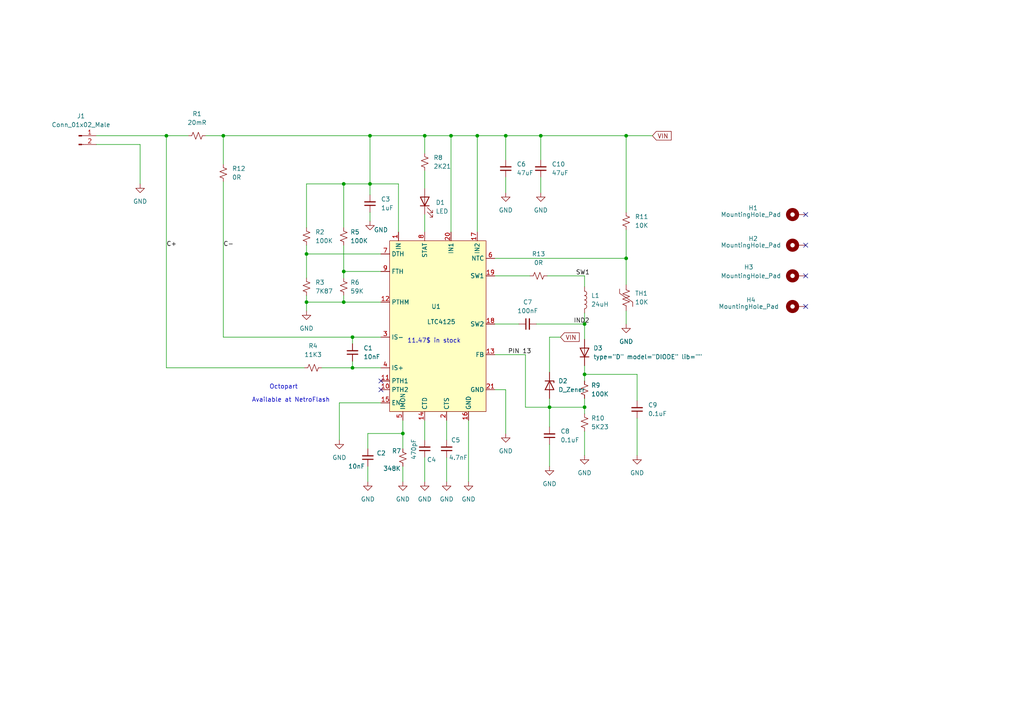
<source format=kicad_sch>
(kicad_sch (version 20211123) (generator eeschema)
  (paper "A4")
  (title_block (title "Solar 5W Wireless Power Transmitter") (date "2022-12-28") (comment 1 "Warren Muhumuza"))
  (lib_symbols
    (symbol "Connector:Conn_01x02_Male" (pin_names (offset 1.016) hide)
      (property "Reference" "J" (at 0 2.54 0))
      (property "Value" "Conn_01x02_Male" (at 0 -5.08 0))
      (symbol "Conn_01x02_Male_1_1"
        (polyline (pts (xy 1.27 -2.54) (xy 0.8636 -2.54)) (stroke (width 0.1524)))
        (polyline (pts (xy 1.27 0) (xy 0.8636 0)) (stroke (width 0.1524)))
        (rectangle (start 0.8636 -2.413) (end 0 -2.667) (stroke (width 0.1524)) (fill (type outline)))
        (rectangle (start 0.8636 0.127) (end 0 -0.127) (stroke (width 0.1524)) (fill (type outline)))
        (pin passive line (at 5.08 0 180) (length 3.81) (name "Pin_1") (number "1"))
        (pin passive line (at 5.08 -2.54 180) (length 3.81) (name "Pin_2") (number "2"))
      )
    )
    (symbol "Device:C_Small" (pin_numbers hide) (pin_names (offset 0.254) hide)
      (property "Reference" "C" (at 0.254 1.778 0))
      (property "Value" "C_Small" (at 0.254 -2.032 0))
      (symbol "C_Small_0_1"
        (polyline (pts (xy -1.524 -0.508) (xy 1.524 -0.508)) (stroke (width 0.3302)))
        (polyline (pts (xy -1.524 0.508) (xy 1.524 0.508)) (stroke (width 0.3048)))
      )
      (symbol "C_Small_1_1"
        (pin passive line (at 0 2.54 270) (length 2.032) (name "~") (number "1"))
        (pin passive line (at 0 -2.54 90) (length 2.032) (name "~") (number "2"))
      )
    )
    (symbol "Device:D_Zener" (pin_numbers hide) (pin_names (offset 1.016) hide)
      (property "Reference" "D" (at 0 2.54 0))
      (property "Value" "D_Zener" (at 0 -2.54 0))
      (symbol "D_Zener_0_1"
        (polyline (pts (xy 1.27 0) (xy -1.27 0)))
        (polyline (pts (xy -1.27 -1.27) (xy -1.27 1.27) (xy -0.762 1.27)) (stroke (width 0.254)))
        (polyline (pts (xy 1.27 -1.27) (xy 1.27 1.27) (xy -1.27 0) (xy 1.27 -1.27)) (stroke (width 0.254)))
      )
      (symbol "D_Zener_1_1"
        (pin passive line (at -3.81 0 0) (length 2.54) (name "K") (number "1"))
        (pin passive line (at 3.81 0 180) (length 2.54) (name "A") (number "2"))
      )
    )
    (symbol "Device:L" (pin_numbers hide) (pin_names (offset 1.016) hide)
      (property "Reference" "L" (at -1.27 0 90))
      (property "Value" "L" (at 1.905 0 90))
      (symbol "L_0_1"
        (arc (start 0 -2.54) (mid 0.635 -1.905) (end 0 -1.27))
        (arc (start 0 -1.27) (mid 0.635 -0.635) (end 0 0))
        (arc (start 0 0) (mid 0.635 0.635) (end 0 1.27))
        (arc (start 0 1.27) (mid 0.635 1.905) (end 0 2.54))
      )
      (symbol "L_1_1"
        (pin passive line (at 0 3.81 270) (length 1.27) (name "1") (number "1"))
        (pin passive line (at 0 -3.81 90) (length 1.27) (name "2") (number "2"))
      )
    )
    (symbol "Device:LED" (pin_numbers hide) (pin_names (offset 1.016) hide)
      (property "Reference" "D" (at 0 2.54 0))
      (property "Value" "LED" (at 0 -2.54 0))
      (symbol "LED_0_1"
        (polyline (pts (xy -1.27 -1.27) (xy -1.27 1.27)) (stroke (width 0.254)))
        (polyline (pts (xy -1.27 0) (xy 1.27 0)))
        (polyline (pts (xy 1.27 -1.27) (xy 1.27 1.27) (xy -1.27 0) (xy 1.27 -1.27)) (stroke (width 0.254)))
        (polyline (pts (xy -3.048 -0.762) (xy -4.572 -2.286) (xy -3.81 -2.286) (xy -4.572 -2.286) (xy -4.572 -1.524)))
        (polyline (pts (xy -1.778 -0.762) (xy -3.302 -2.286) (xy -2.54 -2.286) (xy -3.302 -2.286) (xy -3.302 -1.524)))
      )
      (symbol "LED_1_1"
        (pin passive line (at -3.81 0 0) (length 2.54) (name "K") (number "1"))
        (pin passive line (at 3.81 0 180) (length 2.54) (name "A") (number "2"))
      )
    )
    (symbol "Device:R_Small_US" (pin_numbers hide) (pin_names (offset 0.254) hide)
      (property "Reference" "R" (at 0.762 0.508 0))
      (property "Value" "R_Small_US" (at 0.762 -1.016 0))
      (symbol "R_Small_US_1_1"
        (polyline (pts (xy 0 0) (xy 1.016 -0.381) (xy 0 -0.762) (xy -1.016 -1.143) (xy 0 -1.524)))
        (polyline (pts (xy 0 1.524) (xy 1.016 1.143) (xy 0 0.762) (xy -1.016 0.381) (xy 0 0)))
        (pin passive line (at 0 2.54 270) (length 1.016) (name "~") (number "1"))
        (pin passive line (at 0 -2.54 90) (length 1.016) (name "~") (number "2"))
      )
    )
    (symbol "Device:Thermistor_US" (pin_numbers hide) (pin_names (offset 0))
      (property "Reference" "TH" (at 2.54 1.27 90))
      (property "Value" "Thermistor_US" (at -2.54 0 90))
      (symbol "Thermistor_US_0_1"
        (polyline (pts (xy 0 -2.286) (xy 0 -2.54)))
        (polyline (pts (xy 0 2.286) (xy 0 2.54)))
        (polyline (pts (xy 1.905 -1.27) (xy 1.905 -2.54)))
        (polyline (pts (xy -1.905 2.54) (xy -1.905 1.27) (xy 1.905 -1.27)))
        (polyline (pts (xy 0 -0.762) (xy 1.016 -1.143) (xy 0 -1.524) (xy -1.016 -1.905) (xy 0 -2.286)))
        (polyline (pts (xy 0 0.762) (xy 1.016 0.381) (xy 0 0) (xy -1.016 -0.381) (xy 0 -0.762)))
        (polyline (pts (xy 0 2.286) (xy 1.016 1.905) (xy 0 1.524) (xy -1.016 1.143) (xy 0 0.762)))
      )
      (symbol "Thermistor_US_1_1"
        (pin passive line (at 0 3.81 270) (length 1.27) (name "~") (number "1"))
        (pin passive line (at 0 -3.81 90) (length 1.27) (name "~") (number "2"))
      )
    )
    (symbol "Mechanical:MountingHole_Pad" (pin_numbers hide) (pin_names (offset 1.016) hide)
      (property "Reference" "H" (at 0 6.35 0))
      (property "Value" "MountingHole_Pad" (at 0 4.445 0))
      (symbol "MountingHole_Pad_0_1"
        (circle (center 0 1.27) (radius 1.27) (stroke (width 1.27)))
      )
      (symbol "MountingHole_Pad_1_1"
        (pin input line (at 0 -2.54 90) (length 2.54) (name "1") (number "1"))
      )
    )
    (symbol "Simulation_SPICE:DIODE" (pin_numbers hide) (pin_names (offset 1.016) hide)
      (property "Reference" "D" (at 0 2.54 0))
      (property "Value" "DIODE" (at 0 -2.54 0))
      (symbol "DIODE_0_1"
        (polyline (pts (xy 1.27 0) (xy -1.27 0)))
        (polyline (pts (xy 1.27 1.27) (xy 1.27 -1.27)) (stroke (width 0.254)))
        (polyline (pts (xy -1.27 -1.27) (xy -1.27 1.27) (xy 1.27 0) (xy -1.27 -1.27)) (stroke (width 0.254)))
      )
      (symbol "DIODE_1_1"
        (pin passive line (at -3.81 0 0) (length 2.54) (name "A") (number "1"))
        (pin passive line (at 3.81 0 180) (length 2.54) (name "K") (number "2"))
      )
    )
    (symbol "Warren Symbols 2022:LTC4125"
      (property "Reference" "U" (at 1.27 10.16 0))
      (property "Value" "LTC4125" (at 0 5.08 0))
      (symbol "LTC4125_0_1"
        (rectangle (start -13.97 25.4) (end 13.97 -24.13) (fill (type background)))
      )
      (symbol "LTC4125_1_1"
        (pin input line (at -11.43 27.94 270) (length 2.54) (name "IN") (number "1"))
        (pin input line (at -16.51 -17.78 0) (length 2.54) (name "PTH2") (number "10"))
        (pin input line (at -16.51 -15.24 0) (length 2.54) (name "PTH1") (number "11"))
        (pin input line (at -16.51 7.62 0) (length 2.54) (name "PTHM") (number "12"))
        (pin input line (at 16.51 -7.62 180) (length 2.54) (name "FB") (number "13"))
        (pin input line (at -3.81 -26.67 90) (length 2.54) (name "CTD") (number "14"))
        (pin passive line (at -16.51 -21.59 0) (length 2.54) (name "EN") (number "15"))
        (pin passive line (at 8.89 -26.67 90) (length 2.54) (name "GND") (number "16"))
        (pin input line (at 11.43 27.94 270) (length 2.54) (name "IN2") (number "17"))
        (pin bidirectional line (at 16.51 1.27 180) (length 2.54) (name "SW2") (number "18"))
        (pin bidirectional line (at 16.51 15.24 180) (length 2.54) (name "SW1") (number "19"))
        (pin input line (at 2.54 -26.67 90) (length 2.54) (name "CTS") (number "2"))
        (pin input line (at 3.81 27.94 270) (length 2.54) (name "IN1") (number "20"))
        (pin passive line (at 16.51 -17.78 180) (length 2.54) (name "GND") (number "21"))
        (pin input line (at -16.51 -2.54 0) (length 2.54) (name "IS-") (number "3"))
        (pin input line (at -16.51 -11.43 0) (length 2.54) (name "IS+") (number "4"))
        (pin input line (at -10.16 -26.67 90) (length 2.54) (name "IMON") (number "5"))
        (pin input line (at 16.51 20.32 180) (length 2.54) (name "NTC") (number "6"))
        (pin input line (at -16.51 21.59 0) (length 2.54) (name "DTH") (number "7"))
        (pin input line (at -3.81 27.94 270) (length 2.54) (name "STAT") (number "8"))
        (pin input line (at -16.51 16.51 0) (length 2.54) (name "FTH") (number "9"))
      )
    )
    (symbol "power:GND" (power) (pin_names (offset 0))
      (property "Value" "GND" (at 0 -3.81 0))
      (symbol "GND_0_1"
        (polyline (pts (xy 0 0) (xy 0 -1.27) (xy 1.27 -1.27) (xy 0 -2.54) (xy -1.27 -1.27) (xy 0 -1.27)))
      )
      (symbol "GND_1_1"
        (pin power_in line (at 0 0 270) (length 0) hide (name "GND") (number "1"))
      )
    )
  )
  (junction (at 138.43 39.37))
  (junction (at 107.315 39.37))
  (junction (at 169.545 118.11))
  (junction (at 64.77 39.37))
  (junction (at 99.695 53.34))
  (junction (at 159.385 118.11))
  (junction (at 169.545 108.585))
  (junction (at 169.545 93.98))
  (junction (at 130.81 39.37))
  (junction (at 88.9 87.63))
  (junction (at 88.9 73.66))
  (junction (at 48.26 39.37))
  (junction (at 181.61 39.37))
  (junction (at 102.235 106.68))
  (junction (at 146.685 39.37))
  (junction (at 123.19 39.37))
  (junction (at 181.61 74.93))
  (junction (at 156.845 39.37))
  (junction (at 107.315 53.34))
  (junction (at 99.695 78.74))
  (junction (at 116.84 125.73))
  (junction (at 99.695 87.63))
  (junction (at 102.235 97.79))
  (no_connect (at 110.49 110.49))
  (no_connect (at 110.49 113.03))
  (no_connect (at 233.68 88.9))
  (no_connect (at 233.68 62.23))
  (no_connect (at 233.68 71.12))
  (no_connect (at 233.68 80.01))
  (wire (pts (xy 143.51 74.93) (xy 181.61 74.93)))
  (wire (pts (xy 169.545 108.585) (xy 169.545 110.49)))
  (wire (pts (xy 110.49 97.79) (xy 102.235 97.79)))
  (wire (pts (xy 129.54 121.92) (xy 129.54 127.635)))
  (wire (pts (xy 102.235 97.79) (xy 64.77 97.79)))
  (wire (pts (xy 106.68 125.73) (xy 116.84 125.73)))
  (wire (pts (xy 123.19 39.37) (xy 123.19 44.45)))
  (wire (pts (xy 143.51 80.01) (xy 153.67 80.01)))
  (wire (pts (xy 143.51 93.98) (xy 150.495 93.98)))
  (wire (pts (xy 146.685 39.37) (xy 146.685 46.355)))
  (wire (pts (xy 143.51 102.87) (xy 152.4 102.87)))
  (wire (pts (xy 106.68 130.175) (xy 106.68 125.73)))
  (wire (pts (xy 116.84 121.92) (xy 116.84 125.73)))
  (wire (pts (xy 169.545 106.045) (xy 169.545 108.585)))
  (wire (pts (xy 102.235 104.775) (xy 102.235 106.68)))
  (wire (pts (xy 138.43 39.37) (xy 130.81 39.37)))
  (wire (pts (xy 88.9 73.66) (xy 88.9 80.645)))
  (wire (pts (xy 169.545 115.57) (xy 169.545 118.11)))
  (wire (pts (xy 169.545 93.98) (xy 169.545 98.425)))
  (wire (pts (xy 155.575 93.98) (xy 169.545 93.98)))
  (wire (pts (xy 169.545 118.11) (xy 169.545 120.015)))
  (wire (pts (xy 159.385 115.57) (xy 159.385 118.11)))
  (wire (pts (xy 152.4 102.87) (xy 152.4 118.11)))
  (wire (pts (xy 99.695 53.34) (xy 99.695 66.04)))
  (wire (pts (xy 99.695 78.74) (xy 99.695 80.645)))
  (wire (pts (xy 116.84 125.73) (xy 116.84 130.175)))
  (wire (pts (xy 146.685 39.37) (xy 156.845 39.37)))
  (wire (pts (xy 64.77 39.37) (xy 107.315 39.37)))
  (wire (pts (xy 88.9 85.725) (xy 88.9 87.63)))
  (wire (pts (xy 107.315 61.595) (xy 107.315 64.135)))
  (wire (pts (xy 102.235 97.79) (xy 102.235 99.695)))
  (wire (pts (xy 181.61 82.55) (xy 181.61 74.93)))
  (wire (pts (xy 107.315 53.34) (xy 107.315 56.515)))
  (wire (pts (xy 158.75 80.01) (xy 169.545 80.01)))
  (wire (pts (xy 99.695 53.34) (xy 107.315 53.34)))
  (wire (pts (xy 99.695 85.725) (xy 99.695 87.63)))
  (wire (pts (xy 184.785 121.285) (xy 184.785 132.08)))
  (wire (pts (xy 115.57 53.34) (xy 115.57 67.31)))
  (wire (pts (xy 181.61 39.37) (xy 189.23 39.37)))
  (wire (pts (xy 135.89 121.92) (xy 135.89 139.7)))
  (wire (pts (xy 181.61 66.675) (xy 181.61 74.93)))
  (wire (pts (xy 152.4 118.11) (xy 159.385 118.11)))
  (wire (pts (xy 123.19 121.92) (xy 123.19 127.635)))
  (wire (pts (xy 107.315 53.34) (xy 115.57 53.34)))
  (wire (pts (xy 48.26 106.68) (xy 48.26 39.37)))
  (wire (pts (xy 27.94 41.91) (xy 40.64 41.91)))
  (wire (pts (xy 159.385 118.11) (xy 169.545 118.11)))
  (wire (pts (xy 181.61 61.595) (xy 181.61 39.37)))
  (wire (pts (xy 99.695 78.74) (xy 110.49 78.74)))
  (wire (pts (xy 169.545 93.98) (xy 169.545 90.805)))
  (wire (pts (xy 156.845 39.37) (xy 156.845 46.355)))
  (wire (pts (xy 146.685 125.73) (xy 146.685 113.03)))
  (wire (pts (xy 138.43 67.31) (xy 138.43 39.37)))
  (wire (pts (xy 123.19 132.715) (xy 123.19 139.7)))
  (wire (pts (xy 64.77 47.625) (xy 64.77 39.37)))
  (wire (pts (xy 159.385 118.11) (xy 159.385 123.825)))
  (wire (pts (xy 159.385 128.905) (xy 159.385 135.255)))
  (wire (pts (xy 102.235 106.68) (xy 110.49 106.68)))
  (wire (pts (xy 88.9 73.66) (xy 110.49 73.66)))
  (wire (pts (xy 59.69 39.37) (xy 64.77 39.37)))
  (wire (pts (xy 123.19 62.23) (xy 123.19 67.31)))
  (wire (pts (xy 146.685 113.03) (xy 143.51 113.03)))
  (wire (pts (xy 169.545 125.095) (xy 169.545 132.08)))
  (wire (pts (xy 156.845 39.37) (xy 181.61 39.37)))
  (wire (pts (xy 184.785 116.205) (xy 184.785 108.585)))
  (wire (pts (xy 99.695 87.63) (xy 110.49 87.63)))
  (wire (pts (xy 159.385 97.79) (xy 162.56 97.79)))
  (wire (pts (xy 129.54 132.715) (xy 129.54 139.7)))
  (wire (pts (xy 88.9 71.12) (xy 88.9 73.66)))
  (wire (pts (xy 107.315 39.37) (xy 107.315 53.34)))
  (wire (pts (xy 48.26 39.37) (xy 54.61 39.37)))
  (wire (pts (xy 93.345 106.68) (xy 102.235 106.68)))
  (wire (pts (xy 106.68 135.255) (xy 106.68 139.7)))
  (wire (pts (xy 98.425 127.635) (xy 98.425 116.84)))
  (wire (pts (xy 88.9 53.34) (xy 99.695 53.34)))
  (wire (pts (xy 99.695 87.63) (xy 88.9 87.63)))
  (wire (pts (xy 169.545 83.185) (xy 169.545 80.01)))
  (wire (pts (xy 40.64 41.91) (xy 40.64 53.34)))
  (wire (pts (xy 116.84 135.255) (xy 116.84 139.7)))
  (wire (pts (xy 88.265 106.68) (xy 48.26 106.68)))
  (wire (pts (xy 98.425 116.84) (xy 110.49 116.84)))
  (wire (pts (xy 123.19 49.53) (xy 123.19 54.61)))
  (wire (pts (xy 107.315 39.37) (xy 123.19 39.37)))
  (wire (pts (xy 130.81 39.37) (xy 130.81 67.31)))
  (wire (pts (xy 88.9 66.04) (xy 88.9 53.34)))
  (wire (pts (xy 159.385 107.95) (xy 159.385 97.79)))
  (wire (pts (xy 146.685 51.435) (xy 146.685 55.88)))
  (wire (pts (xy 123.19 39.37) (xy 130.81 39.37)))
  (wire (pts (xy 88.9 87.63) (xy 88.9 90.17)))
  (wire (pts (xy 27.94 39.37) (xy 48.26 39.37)))
  (wire (pts (xy 181.61 90.17) (xy 181.61 93.98)))
  (wire (pts (xy 99.695 71.12) (xy 99.695 78.74)))
  (wire (pts (xy 138.43 39.37) (xy 146.685 39.37)))
  (wire (pts (xy 156.845 51.435) (xy 156.845 55.88)))
  (wire (pts (xy 184.785 108.585) (xy 169.545 108.585)))
  (wire (pts (xy 64.77 97.79) (xy 64.77 52.705)))
  (text "Available at NetroFlash" (at 73.025 116.84 0) (effects (font (size 1.27 1.27)) (justify left bottom)))
  (text "Octopart" (at 78.105 113.03 0) (effects (font (size 1.27 1.27)) (justify left bottom)))
  (text "11.47$ in stock" (at 118.11 99.695 0) (effects (font (size 1.27 1.27)) (justify left bottom)))
  (label "C-" (at 64.77 71.755 0))
  (label "SW1" (at 167.005 80.01 0))
  (label "PIN 13" (at 147.32 102.87 0))
  (label "IND2" (at 166.37 93.98 0))
  (label "C+" (at 48.26 71.755 0))
  (global_label "VIN" (shape input) (at 189.23 39.37 0) (property "Intersheet References" "${INTERSHEET_REFS}" (effects hide)))
  (global_label "VIN" (shape input) (at 162.56 97.79 0) (property "Intersheet References" "${INTERSHEET_REFS}" (effects hide)))
  (symbol (lib_id "Device:R_Small_US") (at 181.61 64.135 0) (unit 1)
    (property "Reference" "R11" (at 184.15 62.8649 0) (effects (justify left)))
    (property "Value" "10K" (at 184.15 65.4049 0) (effects (justify left)))
    (property "Footprint" "Resistor_SMD:R_1210_3225Metric" (effects hide))
  )
  (symbol (lib_id "power:GND") (at 146.685 125.73 0) (unit 1)
    (property "Reference" "#PWR010" (effects hide))
    (property "Value" "GND" (at 146.685 130.81 0))
  )
  (symbol (lib_id "Device:C_Small") (at 146.685 48.895 180) (unit 1)
    (property "Reference" "C6" (at 149.86 47.6185 0) (effects (justify right)))
    (property "Value" "47uF" (at 149.86 50.1585 0) (effects (justify right)))
    (property "Footprint" "Capacitor_SMD:C_1210_3225Metric" (effects hide))
  )
  (symbol (lib_id "Mechanical:MountingHole_Pad") (at 231.14 88.9 90) (unit 1)
    (property "Reference" "H4" (at 217.805 86.995 90))
    (property "Value" "MountingHole_Pad" (at 217.17 88.9 90))
    (property "Footprint" "MountingHole:MountingHole_3.5mm_Pad_Via" (effects hide))
  )
  (symbol (lib_id "Mechanical:MountingHole_Pad") (at 231.14 62.23 90) (unit 1)
    (property "Reference" "H1" (at 218.44 60.325 90))
    (property "Value" "MountingHole_Pad" (at 217.805 62.23 90))
    (property "Footprint" "MountingHole:MountingHole_3.5mm_Pad_Via" (effects hide))
  )
  (symbol (lib_id "power:GND") (at 146.685 55.88 0) (unit 1)
    (property "Reference" "#PWR09" (effects hide))
    (property "Value" "GND" (at 146.685 60.96 0))
  )
  (symbol (lib_id "Device:R_Small_US") (at 64.77 50.165 180) (unit 1)
    (property "Reference" "R12" (at 67.31 48.8949 0) (effects (justify right)))
    (property "Value" "0R" (at 67.31 51.4349 0) (effects (justify right)))
    (property "Footprint" "Resistor_SMD:R_1206_3216Metric" (effects hide))
  )
  (symbol (lib_id "power:GND") (at 98.425 127.635 0) (unit 1)
    (property "Reference" "#PWR02" (effects hide))
    (property "Value" "GND" (at 98.425 132.715 0))
  )
  (symbol (lib_id "power:GND") (at 106.68 139.7 0) (unit 1)
    (property "Reference" "#PWR03" (effects hide))
    (property "Value" "GND" (at 106.68 144.78 0))
  )
  (symbol (lib_id "power:GND") (at 107.315 64.135 0) (unit 1)
    (property "Reference" "#PWR04" (effects hide))
    (property "Value" "GND" (at 110.49 66.675 0))
  )
  (symbol (lib_id "Device:C_Small") (at 159.385 126.365 180) (unit 1)
    (property "Reference" "C8" (at 162.56 125.0885 0) (effects (justify right)))
    (property "Value" "0.1uF" (at 162.56 127.6285 0) (effects (justify right)))
    (property "Footprint" "Capacitor_SMD:C_0805_2012Metric" (effects hide))
  )
  (symbol (lib_id "power:GND") (at 123.19 139.7 0) (unit 1)
    (property "Reference" "#PWR06" (effects hide))
    (property "Value" "GND" (at 123.19 144.78 0))
  )
  (symbol (lib_id "Device:C_Small") (at 123.19 130.175 180) (unit 1)
    (property "Reference" "C4" (at 123.825 133.35 0) (effects (justify right)))
    (property "Value" "470pF" (at 120.015 133.35 90) (effects (justify right)))
    (property "Footprint" "Capacitor_SMD:C_0805_2012Metric" (effects hide))
  )
  (symbol (lib_id "power:GND") (at 88.9 90.17 0) (unit 1)
    (property "Reference" "#PWR01" (effects hide))
    (property "Value" "GND" (at 88.9 95.25 0))
  )
  (symbol (lib_id "Device:L") (at 169.545 86.995 0) (unit 1)
    (property "Reference" "L1" (at 171.45 85.7249 0) (effects (justify left)))
    (property "Value" "24uH" (at 171.45 88.2649 0) (effects (justify left)))
    (property "Footprint" "Warren Footprints:Tx Coil" (effects hide))
  )
  (symbol (lib_id "Connector:Conn_01x02_Male") (at 22.86 39.37 0) (unit 1)
    (property "Reference" "J1" (at 23.495 33.655 0))
    (property "Value" "Conn_01x02_Male" (at 23.495 36.195 0))
    (property "Footprint" "Connector_Phoenix_GMSTB:PhoenixContact_GMSTBA_2,5_2-G-7,62_1x02_P7.62mm_Horizontal" (effects hide))
  )
  (symbol (lib_id "Mechanical:MountingHole_Pad") (at 231.14 80.01 90) (unit 1)
    (property "Reference" "H3" (at 217.17 77.47 90))
    (property "Value" "MountingHole_Pad" (at 217.805 80.01 90))
    (property "Footprint" "MountingHole:MountingHole_3.5mm_Pad_Via" (effects hide))
  )
  (symbol (lib_id "Device:Thermistor_US") (at 181.61 86.36 0) (unit 1)
    (property "Reference" "TH1" (at 184.15 85.0899 0) (effects (justify left)))
    (property "Value" "10K" (at 184.15 87.6299 0) (effects (justify left)))
    (property "Footprint" "Resistor_SMD:R_1210_3225Metric" (effects hide))
  )
  (symbol (lib_id "power:GND") (at 135.89 139.7 0) (unit 1)
    (property "Reference" "#PWR08" (effects hide))
    (property "Value" "GND" (at 135.89 144.78 0))
  )
  (symbol (lib_id "Simulation_SPICE:DIODE") (at 169.545 102.235 270) (unit 1)
    (property "Reference" "D3" (at 172.085 100.9649 90) (effects (justify left)))
    (property "Value" "DIODE" (at 172.085 103.5049 90) (effects (justify left)))
    (property "Footprint" "Diode_SMD:D_SOD-523" (effects hide))
    (property "Spice_Netlist_Enabled" "Y" (effects hide))
    (property "Spice_Primitive" "D" (effects hide))
  )
  (symbol (lib_id "power:GND") (at 129.54 139.7 0) (unit 1)
    (property "Reference" "#PWR07" (effects hide))
    (property "Value" "GND" (at 129.54 144.78 0))
  )
  (symbol (lib_id "Device:R_Small_US") (at 169.545 113.03 0) (unit 1)
    (property "Reference" "R9" (at 171.45 111.7599 0) (effects (justify left)))
    (property "Value" "100K" (at 171.45 114.2999 0) (effects (justify left)))
    (property "Footprint" "Resistor_SMD:R_0805_2012Metric" (effects hide))
  )
  (symbol (lib_id "power:GND") (at 40.64 53.34 0) (unit 1)
    (property "Reference" "#PWR015" (effects hide))
    (property "Value" "GND" (at 40.64 58.42 0))
  )
  (symbol (lib_id "Device:C_Small") (at 156.845 48.895 180) (unit 1)
    (property "Reference" "C10" (at 160.02 47.6185 0) (effects (justify right)))
    (property "Value" "47uF" (at 160.02 50.1585 0) (effects (justify right)))
    (property "Footprint" "Capacitor_SMD:C_1210_3225Metric" (effects hide))
  )
  (symbol (lib_id "Device:R_Small_US") (at 99.695 83.185 0) (unit 1)
    (property "Reference" "R6" (at 101.6 81.9149 0) (effects (justify left)))
    (property "Value" "59K" (at 101.6 84.4549 0) (effects (justify left)))
    (property "Footprint" "Resistor_SMD:R_1210_3225Metric" (effects hide))
  )
  (symbol (lib_id "Device:R_Small_US") (at 99.695 68.58 0) (unit 1)
    (property "Reference" "R5" (at 101.6 67.3099 0) (effects (justify left)))
    (property "Value" "100K" (at 101.6 69.8499 0) (effects (justify left)))
    (property "Footprint" "Resistor_SMD:R_1210_3225Metric" (effects hide))
  )
  (symbol (lib_id "power:GND") (at 184.785 132.08 0) (unit 1)
    (property "Reference" "#PWR014" (effects hide))
    (property "Value" "GND" (at 184.785 137.16 0))
  )
  (symbol (lib_id "Device:C_Small") (at 106.68 132.715 180) (unit 1)
    (property "Reference" "C2" (at 109.22 131.4385 0) (effects (justify right)))
    (property "Value" "10nF" (at 100.965 135.255 0) (effects (justify right)))
    (property "Footprint" "Capacitor_SMD:C_0805_2012Metric" (effects hide))
  )
  (symbol (lib_id "Device:D_Zener") (at 159.385 111.76 270) (unit 1)
    (property "Reference" "D2" (at 161.925 110.4899 90) (effects (justify left)))
    (property "Value" "D_Zener" (at 161.925 113.0299 90) (effects (justify left)))
    (property "Footprint" "Diode_SMD:D_SOD-523" (effects hide))
  )
  (symbol (lib_id "Device:R_Small_US") (at 88.9 68.58 0) (unit 1)
    (property "Reference" "R2" (at 91.44 67.3099 0) (effects (justify left)))
    (property "Value" "100K" (at 91.44 69.8499 0) (effects (justify left)))
    (property "Footprint" "Resistor_SMD:R_1210_3225Metric" (effects hide))
  )
  (symbol (lib_id "Device:R_Small_US") (at 90.805 106.68 90) (unit 1)
    (property "Reference" "R4" (at 90.805 100.33 90))
    (property "Value" "11K3" (at 90.805 102.87 90))
    (property "Footprint" "Resistor_SMD:R_0805_2012Metric" (effects hide))
  )
  (symbol (lib_id "Device:C_Small") (at 102.235 102.235 180) (unit 1)
    (property "Reference" "C1" (at 105.41 100.9585 0) (effects (justify right)))
    (property "Value" "10nF" (at 105.41 103.4985 0) (effects (justify right)))
    (property "Footprint" "Capacitor_SMD:C_0805_2012Metric" (effects hide))
  )
  (symbol (lib_id "Mechanical:MountingHole_Pad") (at 231.14 71.12 90) (unit 1)
    (property "Reference" "H2" (at 218.44 69.215 90))
    (property "Value" "MountingHole_Pad" (at 217.805 71.12 90))
    (property "Footprint" "MountingHole:MountingHole_3.5mm_Pad_Via" (effects hide))
  )
  (symbol (lib_id "Device:R_Small_US") (at 156.21 80.01 270) (unit 1)
    (property "Reference" "R13" (at 156.21 73.66 90))
    (property "Value" "0R" (at 156.21 76.2 90))
    (property "Footprint" "Resistor_SMD:R_0805_2012Metric" (effects hide))
  )
  (symbol (lib_id "power:GND") (at 181.61 93.98 0) (unit 1)
    (property "Reference" "#PWR013" (effects hide))
    (property "Value" "GND" (at 181.61 99.06 0))
  )
  (symbol (lib_id "Device:C_Small") (at 153.035 93.98 90) (unit 1)
    (property "Reference" "C7" (at 153.0413 87.63 90))
    (property "Value" "100nF" (at 153.0413 90.17 90))
    (property "Footprint" "Capacitor_SMD:C_0805_2012Metric" (effects hide))
  )
  (symbol (lib_id "Device:C_Small") (at 107.315 59.055 180) (unit 1)
    (property "Reference" "C3" (at 110.49 57.7785 0) (effects (justify right)))
    (property "Value" "1uF" (at 110.49 60.3185 0) (effects (justify right)))
    (property "Footprint" "Capacitor_SMD:C_1210_3225Metric" (effects hide))
  )
  (symbol (lib_id "power:GND") (at 159.385 135.255 0) (unit 1)
    (property "Reference" "#PWR011" (effects hide))
    (property "Value" "GND" (at 159.385 140.335 0))
  )
  (symbol (lib_id "power:GND") (at 156.845 55.88 0) (unit 1)
    (property "Reference" "#PWR016" (effects hide))
    (property "Value" "GND" (at 156.845 60.96 0))
  )
  (symbol (lib_id "Warren Symbols 2022:LTC4125") (at 127 95.25 0) (unit 1)
    (property "Reference" "U1" (at 125.095 88.9 0) (effects (justify left)))
    (property "Value" "LTC4125" (at 123.825 93.345 0) (effects (justify left)))
    (property "Footprint" "Package_DFN_QFN:QFN-20-1EP_4x5mm_P0.5mm_EP2.65x3.65mm_ThermalVias" (effects hide))
  )
  (symbol (lib_id "Device:LED") (at 123.19 58.42 90) (unit 1)
    (property "Reference" "D1" (at 126.365 58.7374 90) (effects (justify right)))
    (property "Value" "LED" (at 126.365 61.2774 90) (effects (justify right)))
    (property "Footprint" "LED_THT:LED_D1.8mm_W1.8mm_H2.4mm_Horizontal_O1.27mm_Z1.6mm" (effects hide))
  )
  (symbol (lib_id "power:GND") (at 169.545 132.08 0) (unit 1)
    (property "Reference" "#PWR012" (effects hide))
    (property "Value" "GND" (at 169.545 137.16 0))
  )
  (symbol (lib_id "Device:R_Small_US") (at 88.9 83.185 0) (unit 1)
    (property "Reference" "R3" (at 91.44 81.9149 0) (effects (justify left)))
    (property "Value" "7K87" (at 91.44 84.4549 0) (effects (justify left)))
    (property "Footprint" "Resistor_SMD:R_1210_3225Metric" (effects hide))
  )
  (symbol (lib_id "Device:C_Small") (at 129.54 130.175 180) (unit 1)
    (property "Reference" "C5" (at 130.81 127.635 0) (effects (justify right)))
    (property "Value" "4.7nF" (at 130.175 132.715 0) (effects (justify right)))
    (property "Footprint" "Capacitor_SMD:C_0805_2012Metric" (effects hide))
  )
  (symbol (lib_id "Device:C_Small") (at 184.785 118.745 180) (unit 1)
    (property "Reference" "C9" (at 187.96 117.4685 0) (effects (justify right)))
    (property "Value" "0.1uF" (at 187.96 120.0085 0) (effects (justify right)))
    (property "Footprint" "Capacitor_SMD:C_0805_2012Metric" (effects hide))
  )
  (symbol (lib_id "Device:R_Small_US") (at 169.545 122.555 0) (unit 1)
    (property "Reference" "R10" (at 171.45 121.2849 0) (effects (justify left)))
    (property "Value" "5K23" (at 171.45 123.8249 0) (effects (justify left)))
    (property "Footprint" "Resistor_SMD:R_0805_2012Metric" (effects hide))
  )
  (symbol (lib_id "power:GND") (at 116.84 139.7 0) (unit 1)
    (property "Reference" "#PWR05" (effects hide))
    (property "Value" "GND" (at 116.84 144.78 0))
  )
  (symbol (lib_id "Device:R_Small_US") (at 57.15 39.37 90) (unit 1)
    (property "Reference" "R1" (at 57.15 33.02 90))
    (property "Value" "20mR" (at 57.15 35.56 90))
    (property "Footprint" "Resistor_SMD:R_1206_3216Metric" (effects hide))
  )
  (symbol (lib_id "Device:R_Small_US") (at 123.19 46.99 0) (unit 1)
    (property "Reference" "R8" (at 125.73 45.7199 0) (effects (justify left)))
    (property "Value" "2K21" (at 125.73 48.2599 0) (effects (justify left)))
    (property "Footprint" "Resistor_SMD:R_1210_3225Metric" (effects hide))
  )
  (symbol (lib_id "Device:R_Small_US") (at 116.84 132.715 0) (unit 1)
    (property "Reference" "R7" (at 113.665 130.81 0) (effects (justify left)))
    (property "Value" "348K" (at 111.125 135.89 0) (effects (justify left)))
    (property "Footprint" "Resistor_SMD:R_0805_2012Metric" (effects hide))
  )
)
</source>
